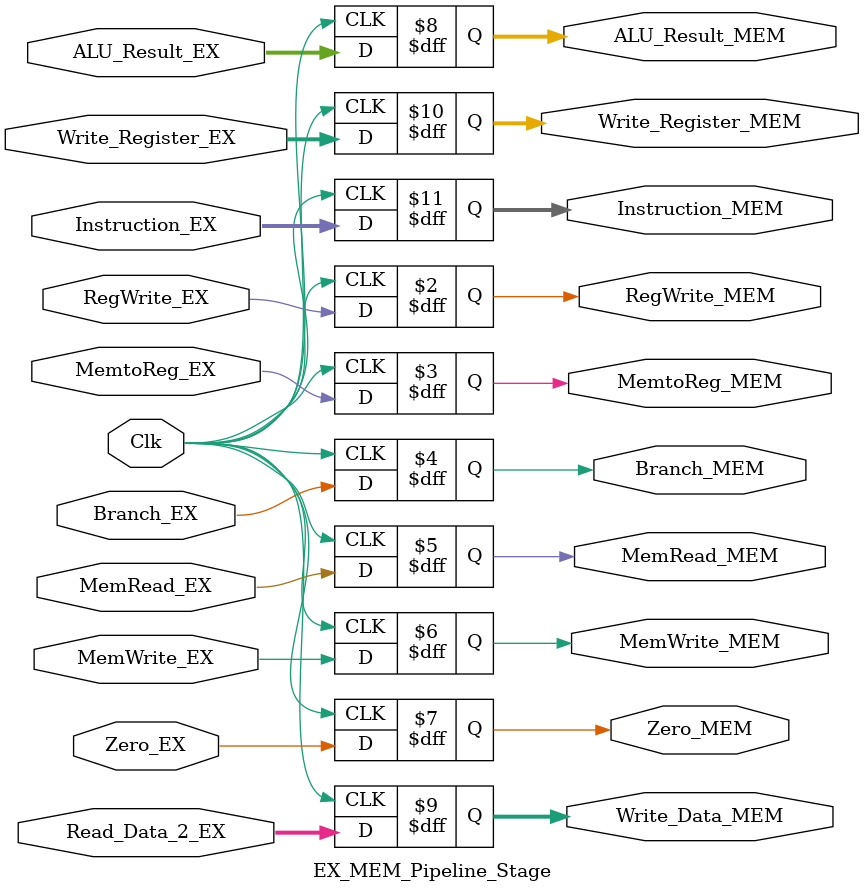
<source format=v>

module EX_MEM_Pipeline_Stage(
			     input 	   RegWrite_EX,
			     input 	   MemtoReg_EX,
		  
			     input 	   Branch_EX,
			     input 	   MemRead_EX,
			     input 	   MemWrite_EX,

			     input 	   Zero_EX, 
			     input [31:0]  ALU_Result_EX,
			     input [31:0]   Read_Data_2_EX,
			     input [4:0]   Write_Register_EX,
				  
				  input [31:0]		Instruction_EX,

				  
			     output reg 	   RegWrite_MEM,
			     output reg 	   MemtoReg_MEM,
		  
			     output reg 	   Branch_MEM,
			     output reg 	   MemRead_MEM,
			     output reg 	   MemWrite_MEM,
			     
			     output reg 	   Zero_MEM,
			     output reg [31:0] ALU_Result_MEM,
			     output reg [31:0] Write_Data_MEM,
			     output reg [4:0]  Write_Register_MEM,
				  
				  output reg [31:0]		Instruction_MEM,
				  
			     input 	   Clk
			     );

	
	always@(posedge Clk) begin
		RegWrite_MEM		<= RegWrite_EX;
		MemtoReg_MEM		<= MemtoReg_EX;
		
		Branch_MEM			<= Branch_EX;
		MemRead_MEM			<= MemRead_EX;
		MemWrite_MEM		<= MemWrite_EX;
		
		Zero_MEM				<= Zero_EX;
		ALU_Result_MEM		<= ALU_Result_EX;
		Write_Data_MEM		<= Read_Data_2_EX;
		Write_Register_MEM<= Write_Register_EX;
		
		Instruction_MEM 	<= Instruction_EX[31:0];
	end //always

endmodule // EX_MEM_Pipeline_Stage

</source>
